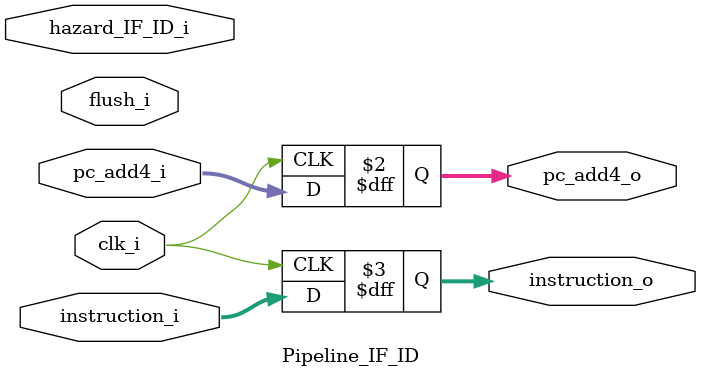
<source format=v>
module Pipeline_IF_ID(
    clk_i,
    hazard_IF_ID_i,
    pc_add4_i,
    instruction_i,
    flush_i,
    pc_add4_o,
    instruction_o
);
input           clk_i;
input           hazard_IF_ID_i;
input[31:0]     pc_add4_i;
input[31:0]     instruction_i;
input           flush_i;

output reg[31:0]    pc_add4_o;
output reg[31:0]    instruction_o;

always @(posedge clk_i) begin
  pc_add4_o <= pc_add4_i;
  instruction_o <= instruction_i;
end
endmodule

</source>
